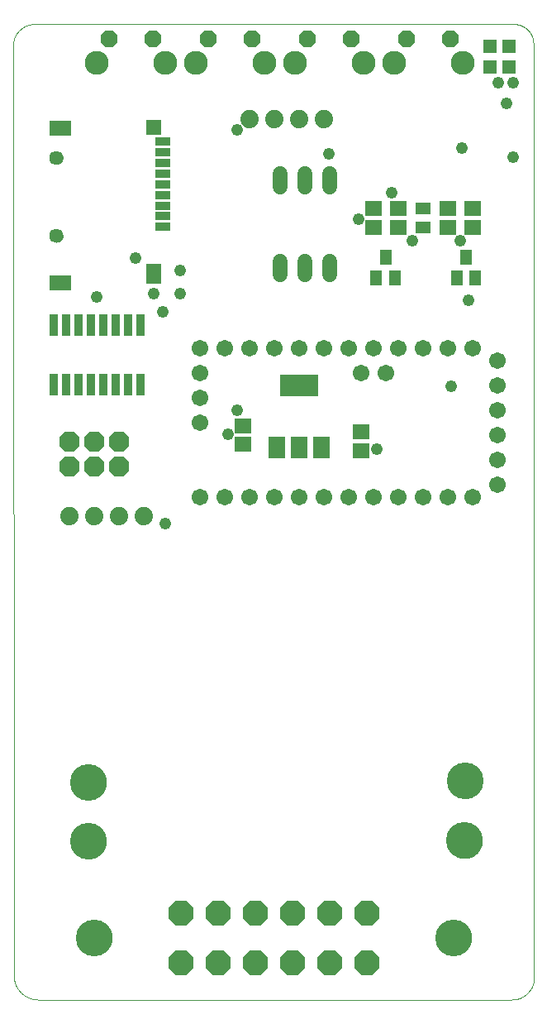
<source format=gts>
G75*
%MOIN*%
%OFA0B0*%
%FSLAX25Y25*%
%IPPOS*%
%LPD*%
%AMOC8*
5,1,8,0,0,1.08239X$1,22.5*
%
%ADD10C,0.00000*%
%ADD11C,0.14800*%
%ADD12R,0.05524X0.05524*%
%ADD13R,0.04737X0.06312*%
%ADD14R,0.06706X0.05918*%
%ADD15OC8,0.06800*%
%ADD16C,0.09650*%
%ADD17R,0.03400X0.08800*%
%ADD18R,0.06312X0.05131*%
%ADD19OC8,0.10249*%
%ADD20R,0.08674X0.06312*%
%ADD21R,0.06312X0.05839*%
%ADD22R,0.06312X0.08477*%
%ADD23R,0.06312X0.03556*%
%ADD24C,0.05721*%
%ADD25OC8,0.08200*%
%ADD26C,0.07400*%
%ADD27C,0.06737*%
%ADD28R,0.06700X0.08700*%
%ADD29R,0.15800X0.08700*%
%ADD30C,0.06000*%
%ADD31C,0.04800*%
D10*
X0001297Y0010767D02*
X0001000Y0385429D01*
X0001003Y0385640D01*
X0001010Y0385850D01*
X0001023Y0386061D01*
X0001041Y0386271D01*
X0001064Y0386480D01*
X0001092Y0386689D01*
X0001124Y0386897D01*
X0001162Y0387104D01*
X0001205Y0387311D01*
X0001253Y0387516D01*
X0001306Y0387720D01*
X0001364Y0387922D01*
X0001427Y0388124D01*
X0001494Y0388323D01*
X0001567Y0388521D01*
X0001644Y0388717D01*
X0001726Y0388911D01*
X0001812Y0389104D01*
X0001903Y0389294D01*
X0001999Y0389481D01*
X0002099Y0389667D01*
X0002204Y0389850D01*
X0002313Y0390030D01*
X0002426Y0390208D01*
X0002544Y0390383D01*
X0002665Y0390554D01*
X0002791Y0390723D01*
X0002921Y0390889D01*
X0003055Y0391052D01*
X0003193Y0391211D01*
X0003335Y0391367D01*
X0003480Y0391520D01*
X0003629Y0391669D01*
X0003782Y0391814D01*
X0003938Y0391956D01*
X0004097Y0392094D01*
X0004260Y0392228D01*
X0004426Y0392358D01*
X0004595Y0392484D01*
X0004766Y0392605D01*
X0004941Y0392723D01*
X0005119Y0392836D01*
X0005299Y0392945D01*
X0005482Y0393050D01*
X0005668Y0393150D01*
X0005855Y0393246D01*
X0006045Y0393337D01*
X0006238Y0393423D01*
X0006432Y0393505D01*
X0006628Y0393582D01*
X0006826Y0393655D01*
X0007025Y0393722D01*
X0007227Y0393785D01*
X0007429Y0393843D01*
X0007633Y0393896D01*
X0007838Y0393944D01*
X0008045Y0393987D01*
X0008252Y0394025D01*
X0008460Y0394057D01*
X0008669Y0394085D01*
X0008878Y0394108D01*
X0009088Y0394126D01*
X0009299Y0394139D01*
X0009509Y0394146D01*
X0009720Y0394149D01*
X0009720Y0394148D02*
X0203035Y0394148D01*
X0203226Y0394146D01*
X0203416Y0394139D01*
X0203606Y0394127D01*
X0203796Y0394111D01*
X0203986Y0394091D01*
X0204174Y0394065D01*
X0204363Y0394035D01*
X0204550Y0394001D01*
X0204737Y0393962D01*
X0204922Y0393919D01*
X0205107Y0393871D01*
X0205290Y0393819D01*
X0205472Y0393762D01*
X0205652Y0393701D01*
X0205831Y0393636D01*
X0206009Y0393566D01*
X0206184Y0393492D01*
X0206358Y0393414D01*
X0206530Y0393331D01*
X0206700Y0393245D01*
X0206867Y0393154D01*
X0207033Y0393059D01*
X0207196Y0392961D01*
X0207357Y0392858D01*
X0207515Y0392752D01*
X0207670Y0392642D01*
X0207823Y0392528D01*
X0207973Y0392411D01*
X0208120Y0392289D01*
X0208264Y0392165D01*
X0208405Y0392037D01*
X0208543Y0391905D01*
X0208678Y0391770D01*
X0208810Y0391632D01*
X0208938Y0391491D01*
X0209062Y0391347D01*
X0209184Y0391200D01*
X0209301Y0391050D01*
X0209415Y0390897D01*
X0209525Y0390742D01*
X0209631Y0390584D01*
X0209734Y0390423D01*
X0209832Y0390260D01*
X0209927Y0390094D01*
X0210018Y0389927D01*
X0210104Y0389757D01*
X0210187Y0389585D01*
X0210265Y0389411D01*
X0210339Y0389236D01*
X0210409Y0389058D01*
X0210474Y0388879D01*
X0210535Y0388699D01*
X0210592Y0388517D01*
X0210644Y0388334D01*
X0210692Y0388149D01*
X0210735Y0387964D01*
X0210774Y0387777D01*
X0210808Y0387590D01*
X0210838Y0387401D01*
X0210864Y0387213D01*
X0210884Y0387023D01*
X0210900Y0386833D01*
X0210912Y0386643D01*
X0210919Y0386453D01*
X0210921Y0386262D01*
X0211218Y0009978D01*
X0211215Y0009761D01*
X0211208Y0009544D01*
X0211194Y0009328D01*
X0211176Y0009111D01*
X0211153Y0008896D01*
X0211124Y0008681D01*
X0211090Y0008466D01*
X0211051Y0008253D01*
X0211006Y0008041D01*
X0210957Y0007829D01*
X0210903Y0007619D01*
X0210843Y0007411D01*
X0210779Y0007204D01*
X0210709Y0006998D01*
X0210635Y0006794D01*
X0210555Y0006592D01*
X0210471Y0006393D01*
X0210382Y0006195D01*
X0210288Y0005999D01*
X0210190Y0005806D01*
X0210086Y0005615D01*
X0209979Y0005427D01*
X0209867Y0005241D01*
X0209750Y0005058D01*
X0209629Y0004878D01*
X0209503Y0004701D01*
X0209374Y0004527D01*
X0209240Y0004356D01*
X0209102Y0004189D01*
X0208960Y0004024D01*
X0208814Y0003864D01*
X0208665Y0003707D01*
X0208511Y0003553D01*
X0208354Y0003404D01*
X0208194Y0003258D01*
X0208029Y0003116D01*
X0207862Y0002978D01*
X0207691Y0002844D01*
X0207517Y0002715D01*
X0207340Y0002589D01*
X0207160Y0002468D01*
X0206977Y0002351D01*
X0206791Y0002239D01*
X0206603Y0002132D01*
X0206412Y0002028D01*
X0206219Y0001930D01*
X0206023Y0001836D01*
X0205825Y0001747D01*
X0205626Y0001663D01*
X0205424Y0001583D01*
X0205220Y0001509D01*
X0205014Y0001439D01*
X0204807Y0001375D01*
X0204599Y0001315D01*
X0204389Y0001261D01*
X0204177Y0001212D01*
X0203965Y0001167D01*
X0203752Y0001128D01*
X0203537Y0001094D01*
X0203322Y0001065D01*
X0203107Y0001042D01*
X0202890Y0001024D01*
X0202674Y0001010D01*
X0202457Y0001003D01*
X0202240Y0001000D01*
X0011063Y0001000D01*
X0010827Y0001003D01*
X0010591Y0001011D01*
X0010356Y0001026D01*
X0010120Y0001046D01*
X0009886Y0001071D01*
X0009652Y0001102D01*
X0009419Y0001139D01*
X0009186Y0001182D01*
X0008955Y0001230D01*
X0008726Y0001284D01*
X0008497Y0001343D01*
X0008270Y0001408D01*
X0008045Y0001478D01*
X0007821Y0001554D01*
X0007600Y0001635D01*
X0007380Y0001721D01*
X0007162Y0001813D01*
X0006947Y0001910D01*
X0006734Y0002012D01*
X0006524Y0002119D01*
X0006316Y0002231D01*
X0006112Y0002348D01*
X0005910Y0002470D01*
X0005711Y0002597D01*
X0005515Y0002729D01*
X0005322Y0002865D01*
X0005133Y0003006D01*
X0004947Y0003152D01*
X0004765Y0003302D01*
X0004586Y0003456D01*
X0004412Y0003615D01*
X0004241Y0003778D01*
X0004074Y0003945D01*
X0003911Y0004116D01*
X0003752Y0004290D01*
X0003598Y0004469D01*
X0003448Y0004651D01*
X0003302Y0004837D01*
X0003161Y0005026D01*
X0003025Y0005219D01*
X0002893Y0005415D01*
X0002766Y0005614D01*
X0002644Y0005816D01*
X0002527Y0006020D01*
X0002415Y0006228D01*
X0002308Y0006438D01*
X0002206Y0006651D01*
X0002109Y0006866D01*
X0002017Y0007084D01*
X0001931Y0007304D01*
X0001850Y0007525D01*
X0001774Y0007749D01*
X0001704Y0007974D01*
X0001639Y0008201D01*
X0001580Y0008430D01*
X0001526Y0008659D01*
X0001478Y0008890D01*
X0001435Y0009123D01*
X0001398Y0009356D01*
X0001367Y0009590D01*
X0001342Y0009824D01*
X0001322Y0010060D01*
X0001307Y0010295D01*
X0001299Y0010531D01*
X0001296Y0010767D01*
X0024468Y0064839D02*
X0024470Y0065011D01*
X0024476Y0065182D01*
X0024487Y0065354D01*
X0024502Y0065525D01*
X0024521Y0065696D01*
X0024544Y0065866D01*
X0024571Y0066036D01*
X0024603Y0066205D01*
X0024638Y0066373D01*
X0024678Y0066540D01*
X0024722Y0066706D01*
X0024769Y0066871D01*
X0024821Y0067035D01*
X0024877Y0067197D01*
X0024937Y0067358D01*
X0025001Y0067518D01*
X0025069Y0067676D01*
X0025140Y0067832D01*
X0025215Y0067986D01*
X0025295Y0068139D01*
X0025377Y0068289D01*
X0025464Y0068438D01*
X0025554Y0068584D01*
X0025648Y0068728D01*
X0025745Y0068870D01*
X0025846Y0069009D01*
X0025950Y0069146D01*
X0026057Y0069280D01*
X0026168Y0069411D01*
X0026281Y0069540D01*
X0026398Y0069666D01*
X0026518Y0069789D01*
X0026641Y0069909D01*
X0026767Y0070026D01*
X0026896Y0070139D01*
X0027027Y0070250D01*
X0027161Y0070357D01*
X0027298Y0070461D01*
X0027437Y0070562D01*
X0027579Y0070659D01*
X0027723Y0070753D01*
X0027869Y0070843D01*
X0028018Y0070930D01*
X0028168Y0071012D01*
X0028321Y0071092D01*
X0028475Y0071167D01*
X0028631Y0071238D01*
X0028789Y0071306D01*
X0028949Y0071370D01*
X0029110Y0071430D01*
X0029272Y0071486D01*
X0029436Y0071538D01*
X0029601Y0071585D01*
X0029767Y0071629D01*
X0029934Y0071669D01*
X0030102Y0071704D01*
X0030271Y0071736D01*
X0030441Y0071763D01*
X0030611Y0071786D01*
X0030782Y0071805D01*
X0030953Y0071820D01*
X0031125Y0071831D01*
X0031296Y0071837D01*
X0031468Y0071839D01*
X0031640Y0071837D01*
X0031811Y0071831D01*
X0031983Y0071820D01*
X0032154Y0071805D01*
X0032325Y0071786D01*
X0032495Y0071763D01*
X0032665Y0071736D01*
X0032834Y0071704D01*
X0033002Y0071669D01*
X0033169Y0071629D01*
X0033335Y0071585D01*
X0033500Y0071538D01*
X0033664Y0071486D01*
X0033826Y0071430D01*
X0033987Y0071370D01*
X0034147Y0071306D01*
X0034305Y0071238D01*
X0034461Y0071167D01*
X0034615Y0071092D01*
X0034768Y0071012D01*
X0034918Y0070930D01*
X0035067Y0070843D01*
X0035213Y0070753D01*
X0035357Y0070659D01*
X0035499Y0070562D01*
X0035638Y0070461D01*
X0035775Y0070357D01*
X0035909Y0070250D01*
X0036040Y0070139D01*
X0036169Y0070026D01*
X0036295Y0069909D01*
X0036418Y0069789D01*
X0036538Y0069666D01*
X0036655Y0069540D01*
X0036768Y0069411D01*
X0036879Y0069280D01*
X0036986Y0069146D01*
X0037090Y0069009D01*
X0037191Y0068870D01*
X0037288Y0068728D01*
X0037382Y0068584D01*
X0037472Y0068438D01*
X0037559Y0068289D01*
X0037641Y0068139D01*
X0037721Y0067986D01*
X0037796Y0067832D01*
X0037867Y0067676D01*
X0037935Y0067518D01*
X0037999Y0067358D01*
X0038059Y0067197D01*
X0038115Y0067035D01*
X0038167Y0066871D01*
X0038214Y0066706D01*
X0038258Y0066540D01*
X0038298Y0066373D01*
X0038333Y0066205D01*
X0038365Y0066036D01*
X0038392Y0065866D01*
X0038415Y0065696D01*
X0038434Y0065525D01*
X0038449Y0065354D01*
X0038460Y0065182D01*
X0038466Y0065011D01*
X0038468Y0064839D01*
X0038466Y0064667D01*
X0038460Y0064496D01*
X0038449Y0064324D01*
X0038434Y0064153D01*
X0038415Y0063982D01*
X0038392Y0063812D01*
X0038365Y0063642D01*
X0038333Y0063473D01*
X0038298Y0063305D01*
X0038258Y0063138D01*
X0038214Y0062972D01*
X0038167Y0062807D01*
X0038115Y0062643D01*
X0038059Y0062481D01*
X0037999Y0062320D01*
X0037935Y0062160D01*
X0037867Y0062002D01*
X0037796Y0061846D01*
X0037721Y0061692D01*
X0037641Y0061539D01*
X0037559Y0061389D01*
X0037472Y0061240D01*
X0037382Y0061094D01*
X0037288Y0060950D01*
X0037191Y0060808D01*
X0037090Y0060669D01*
X0036986Y0060532D01*
X0036879Y0060398D01*
X0036768Y0060267D01*
X0036655Y0060138D01*
X0036538Y0060012D01*
X0036418Y0059889D01*
X0036295Y0059769D01*
X0036169Y0059652D01*
X0036040Y0059539D01*
X0035909Y0059428D01*
X0035775Y0059321D01*
X0035638Y0059217D01*
X0035499Y0059116D01*
X0035357Y0059019D01*
X0035213Y0058925D01*
X0035067Y0058835D01*
X0034918Y0058748D01*
X0034768Y0058666D01*
X0034615Y0058586D01*
X0034461Y0058511D01*
X0034305Y0058440D01*
X0034147Y0058372D01*
X0033987Y0058308D01*
X0033826Y0058248D01*
X0033664Y0058192D01*
X0033500Y0058140D01*
X0033335Y0058093D01*
X0033169Y0058049D01*
X0033002Y0058009D01*
X0032834Y0057974D01*
X0032665Y0057942D01*
X0032495Y0057915D01*
X0032325Y0057892D01*
X0032154Y0057873D01*
X0031983Y0057858D01*
X0031811Y0057847D01*
X0031640Y0057841D01*
X0031468Y0057839D01*
X0031296Y0057841D01*
X0031125Y0057847D01*
X0030953Y0057858D01*
X0030782Y0057873D01*
X0030611Y0057892D01*
X0030441Y0057915D01*
X0030271Y0057942D01*
X0030102Y0057974D01*
X0029934Y0058009D01*
X0029767Y0058049D01*
X0029601Y0058093D01*
X0029436Y0058140D01*
X0029272Y0058192D01*
X0029110Y0058248D01*
X0028949Y0058308D01*
X0028789Y0058372D01*
X0028631Y0058440D01*
X0028475Y0058511D01*
X0028321Y0058586D01*
X0028168Y0058666D01*
X0028018Y0058748D01*
X0027869Y0058835D01*
X0027723Y0058925D01*
X0027579Y0059019D01*
X0027437Y0059116D01*
X0027298Y0059217D01*
X0027161Y0059321D01*
X0027027Y0059428D01*
X0026896Y0059539D01*
X0026767Y0059652D01*
X0026641Y0059769D01*
X0026518Y0059889D01*
X0026398Y0060012D01*
X0026281Y0060138D01*
X0026168Y0060267D01*
X0026057Y0060398D01*
X0025950Y0060532D01*
X0025846Y0060669D01*
X0025745Y0060808D01*
X0025648Y0060950D01*
X0025554Y0061094D01*
X0025464Y0061240D01*
X0025377Y0061389D01*
X0025295Y0061539D01*
X0025215Y0061692D01*
X0025140Y0061846D01*
X0025069Y0062002D01*
X0025001Y0062160D01*
X0024937Y0062320D01*
X0024877Y0062481D01*
X0024821Y0062643D01*
X0024769Y0062807D01*
X0024722Y0062972D01*
X0024678Y0063138D01*
X0024638Y0063305D01*
X0024603Y0063473D01*
X0024571Y0063642D01*
X0024544Y0063812D01*
X0024521Y0063982D01*
X0024502Y0064153D01*
X0024487Y0064324D01*
X0024476Y0064496D01*
X0024470Y0064667D01*
X0024468Y0064839D01*
X0024536Y0088621D02*
X0024538Y0088793D01*
X0024544Y0088964D01*
X0024555Y0089136D01*
X0024570Y0089307D01*
X0024589Y0089478D01*
X0024612Y0089648D01*
X0024639Y0089818D01*
X0024671Y0089987D01*
X0024706Y0090155D01*
X0024746Y0090322D01*
X0024790Y0090488D01*
X0024837Y0090653D01*
X0024889Y0090817D01*
X0024945Y0090979D01*
X0025005Y0091140D01*
X0025069Y0091300D01*
X0025137Y0091458D01*
X0025208Y0091614D01*
X0025283Y0091768D01*
X0025363Y0091921D01*
X0025445Y0092071D01*
X0025532Y0092220D01*
X0025622Y0092366D01*
X0025716Y0092510D01*
X0025813Y0092652D01*
X0025914Y0092791D01*
X0026018Y0092928D01*
X0026125Y0093062D01*
X0026236Y0093193D01*
X0026349Y0093322D01*
X0026466Y0093448D01*
X0026586Y0093571D01*
X0026709Y0093691D01*
X0026835Y0093808D01*
X0026964Y0093921D01*
X0027095Y0094032D01*
X0027229Y0094139D01*
X0027366Y0094243D01*
X0027505Y0094344D01*
X0027647Y0094441D01*
X0027791Y0094535D01*
X0027937Y0094625D01*
X0028086Y0094712D01*
X0028236Y0094794D01*
X0028389Y0094874D01*
X0028543Y0094949D01*
X0028699Y0095020D01*
X0028857Y0095088D01*
X0029017Y0095152D01*
X0029178Y0095212D01*
X0029340Y0095268D01*
X0029504Y0095320D01*
X0029669Y0095367D01*
X0029835Y0095411D01*
X0030002Y0095451D01*
X0030170Y0095486D01*
X0030339Y0095518D01*
X0030509Y0095545D01*
X0030679Y0095568D01*
X0030850Y0095587D01*
X0031021Y0095602D01*
X0031193Y0095613D01*
X0031364Y0095619D01*
X0031536Y0095621D01*
X0031708Y0095619D01*
X0031879Y0095613D01*
X0032051Y0095602D01*
X0032222Y0095587D01*
X0032393Y0095568D01*
X0032563Y0095545D01*
X0032733Y0095518D01*
X0032902Y0095486D01*
X0033070Y0095451D01*
X0033237Y0095411D01*
X0033403Y0095367D01*
X0033568Y0095320D01*
X0033732Y0095268D01*
X0033894Y0095212D01*
X0034055Y0095152D01*
X0034215Y0095088D01*
X0034373Y0095020D01*
X0034529Y0094949D01*
X0034683Y0094874D01*
X0034836Y0094794D01*
X0034986Y0094712D01*
X0035135Y0094625D01*
X0035281Y0094535D01*
X0035425Y0094441D01*
X0035567Y0094344D01*
X0035706Y0094243D01*
X0035843Y0094139D01*
X0035977Y0094032D01*
X0036108Y0093921D01*
X0036237Y0093808D01*
X0036363Y0093691D01*
X0036486Y0093571D01*
X0036606Y0093448D01*
X0036723Y0093322D01*
X0036836Y0093193D01*
X0036947Y0093062D01*
X0037054Y0092928D01*
X0037158Y0092791D01*
X0037259Y0092652D01*
X0037356Y0092510D01*
X0037450Y0092366D01*
X0037540Y0092220D01*
X0037627Y0092071D01*
X0037709Y0091921D01*
X0037789Y0091768D01*
X0037864Y0091614D01*
X0037935Y0091458D01*
X0038003Y0091300D01*
X0038067Y0091140D01*
X0038127Y0090979D01*
X0038183Y0090817D01*
X0038235Y0090653D01*
X0038282Y0090488D01*
X0038326Y0090322D01*
X0038366Y0090155D01*
X0038401Y0089987D01*
X0038433Y0089818D01*
X0038460Y0089648D01*
X0038483Y0089478D01*
X0038502Y0089307D01*
X0038517Y0089136D01*
X0038528Y0088964D01*
X0038534Y0088793D01*
X0038536Y0088621D01*
X0038534Y0088449D01*
X0038528Y0088278D01*
X0038517Y0088106D01*
X0038502Y0087935D01*
X0038483Y0087764D01*
X0038460Y0087594D01*
X0038433Y0087424D01*
X0038401Y0087255D01*
X0038366Y0087087D01*
X0038326Y0086920D01*
X0038282Y0086754D01*
X0038235Y0086589D01*
X0038183Y0086425D01*
X0038127Y0086263D01*
X0038067Y0086102D01*
X0038003Y0085942D01*
X0037935Y0085784D01*
X0037864Y0085628D01*
X0037789Y0085474D01*
X0037709Y0085321D01*
X0037627Y0085171D01*
X0037540Y0085022D01*
X0037450Y0084876D01*
X0037356Y0084732D01*
X0037259Y0084590D01*
X0037158Y0084451D01*
X0037054Y0084314D01*
X0036947Y0084180D01*
X0036836Y0084049D01*
X0036723Y0083920D01*
X0036606Y0083794D01*
X0036486Y0083671D01*
X0036363Y0083551D01*
X0036237Y0083434D01*
X0036108Y0083321D01*
X0035977Y0083210D01*
X0035843Y0083103D01*
X0035706Y0082999D01*
X0035567Y0082898D01*
X0035425Y0082801D01*
X0035281Y0082707D01*
X0035135Y0082617D01*
X0034986Y0082530D01*
X0034836Y0082448D01*
X0034683Y0082368D01*
X0034529Y0082293D01*
X0034373Y0082222D01*
X0034215Y0082154D01*
X0034055Y0082090D01*
X0033894Y0082030D01*
X0033732Y0081974D01*
X0033568Y0081922D01*
X0033403Y0081875D01*
X0033237Y0081831D01*
X0033070Y0081791D01*
X0032902Y0081756D01*
X0032733Y0081724D01*
X0032563Y0081697D01*
X0032393Y0081674D01*
X0032222Y0081655D01*
X0032051Y0081640D01*
X0031879Y0081629D01*
X0031708Y0081623D01*
X0031536Y0081621D01*
X0031364Y0081623D01*
X0031193Y0081629D01*
X0031021Y0081640D01*
X0030850Y0081655D01*
X0030679Y0081674D01*
X0030509Y0081697D01*
X0030339Y0081724D01*
X0030170Y0081756D01*
X0030002Y0081791D01*
X0029835Y0081831D01*
X0029669Y0081875D01*
X0029504Y0081922D01*
X0029340Y0081974D01*
X0029178Y0082030D01*
X0029017Y0082090D01*
X0028857Y0082154D01*
X0028699Y0082222D01*
X0028543Y0082293D01*
X0028389Y0082368D01*
X0028236Y0082448D01*
X0028086Y0082530D01*
X0027937Y0082617D01*
X0027791Y0082707D01*
X0027647Y0082801D01*
X0027505Y0082898D01*
X0027366Y0082999D01*
X0027229Y0083103D01*
X0027095Y0083210D01*
X0026964Y0083321D01*
X0026835Y0083434D01*
X0026709Y0083551D01*
X0026586Y0083671D01*
X0026466Y0083794D01*
X0026349Y0083920D01*
X0026236Y0084049D01*
X0026125Y0084180D01*
X0026018Y0084314D01*
X0025914Y0084451D01*
X0025813Y0084590D01*
X0025716Y0084732D01*
X0025622Y0084876D01*
X0025532Y0085022D01*
X0025445Y0085171D01*
X0025363Y0085321D01*
X0025283Y0085474D01*
X0025208Y0085628D01*
X0025137Y0085784D01*
X0025069Y0085942D01*
X0025005Y0086102D01*
X0024945Y0086263D01*
X0024889Y0086425D01*
X0024837Y0086589D01*
X0024790Y0086754D01*
X0024746Y0086920D01*
X0024706Y0087087D01*
X0024671Y0087255D01*
X0024639Y0087424D01*
X0024612Y0087594D01*
X0024589Y0087764D01*
X0024570Y0087935D01*
X0024555Y0088106D01*
X0024544Y0088278D01*
X0024538Y0088449D01*
X0024536Y0088621D01*
X0026797Y0026000D02*
X0026799Y0026172D01*
X0026805Y0026343D01*
X0026816Y0026515D01*
X0026831Y0026686D01*
X0026850Y0026857D01*
X0026873Y0027027D01*
X0026900Y0027197D01*
X0026932Y0027366D01*
X0026967Y0027534D01*
X0027007Y0027701D01*
X0027051Y0027867D01*
X0027098Y0028032D01*
X0027150Y0028196D01*
X0027206Y0028358D01*
X0027266Y0028519D01*
X0027330Y0028679D01*
X0027398Y0028837D01*
X0027469Y0028993D01*
X0027544Y0029147D01*
X0027624Y0029300D01*
X0027706Y0029450D01*
X0027793Y0029599D01*
X0027883Y0029745D01*
X0027977Y0029889D01*
X0028074Y0030031D01*
X0028175Y0030170D01*
X0028279Y0030307D01*
X0028386Y0030441D01*
X0028497Y0030572D01*
X0028610Y0030701D01*
X0028727Y0030827D01*
X0028847Y0030950D01*
X0028970Y0031070D01*
X0029096Y0031187D01*
X0029225Y0031300D01*
X0029356Y0031411D01*
X0029490Y0031518D01*
X0029627Y0031622D01*
X0029766Y0031723D01*
X0029908Y0031820D01*
X0030052Y0031914D01*
X0030198Y0032004D01*
X0030347Y0032091D01*
X0030497Y0032173D01*
X0030650Y0032253D01*
X0030804Y0032328D01*
X0030960Y0032399D01*
X0031118Y0032467D01*
X0031278Y0032531D01*
X0031439Y0032591D01*
X0031601Y0032647D01*
X0031765Y0032699D01*
X0031930Y0032746D01*
X0032096Y0032790D01*
X0032263Y0032830D01*
X0032431Y0032865D01*
X0032600Y0032897D01*
X0032770Y0032924D01*
X0032940Y0032947D01*
X0033111Y0032966D01*
X0033282Y0032981D01*
X0033454Y0032992D01*
X0033625Y0032998D01*
X0033797Y0033000D01*
X0033969Y0032998D01*
X0034140Y0032992D01*
X0034312Y0032981D01*
X0034483Y0032966D01*
X0034654Y0032947D01*
X0034824Y0032924D01*
X0034994Y0032897D01*
X0035163Y0032865D01*
X0035331Y0032830D01*
X0035498Y0032790D01*
X0035664Y0032746D01*
X0035829Y0032699D01*
X0035993Y0032647D01*
X0036155Y0032591D01*
X0036316Y0032531D01*
X0036476Y0032467D01*
X0036634Y0032399D01*
X0036790Y0032328D01*
X0036944Y0032253D01*
X0037097Y0032173D01*
X0037247Y0032091D01*
X0037396Y0032004D01*
X0037542Y0031914D01*
X0037686Y0031820D01*
X0037828Y0031723D01*
X0037967Y0031622D01*
X0038104Y0031518D01*
X0038238Y0031411D01*
X0038369Y0031300D01*
X0038498Y0031187D01*
X0038624Y0031070D01*
X0038747Y0030950D01*
X0038867Y0030827D01*
X0038984Y0030701D01*
X0039097Y0030572D01*
X0039208Y0030441D01*
X0039315Y0030307D01*
X0039419Y0030170D01*
X0039520Y0030031D01*
X0039617Y0029889D01*
X0039711Y0029745D01*
X0039801Y0029599D01*
X0039888Y0029450D01*
X0039970Y0029300D01*
X0040050Y0029147D01*
X0040125Y0028993D01*
X0040196Y0028837D01*
X0040264Y0028679D01*
X0040328Y0028519D01*
X0040388Y0028358D01*
X0040444Y0028196D01*
X0040496Y0028032D01*
X0040543Y0027867D01*
X0040587Y0027701D01*
X0040627Y0027534D01*
X0040662Y0027366D01*
X0040694Y0027197D01*
X0040721Y0027027D01*
X0040744Y0026857D01*
X0040763Y0026686D01*
X0040778Y0026515D01*
X0040789Y0026343D01*
X0040795Y0026172D01*
X0040797Y0026000D01*
X0040795Y0025828D01*
X0040789Y0025657D01*
X0040778Y0025485D01*
X0040763Y0025314D01*
X0040744Y0025143D01*
X0040721Y0024973D01*
X0040694Y0024803D01*
X0040662Y0024634D01*
X0040627Y0024466D01*
X0040587Y0024299D01*
X0040543Y0024133D01*
X0040496Y0023968D01*
X0040444Y0023804D01*
X0040388Y0023642D01*
X0040328Y0023481D01*
X0040264Y0023321D01*
X0040196Y0023163D01*
X0040125Y0023007D01*
X0040050Y0022853D01*
X0039970Y0022700D01*
X0039888Y0022550D01*
X0039801Y0022401D01*
X0039711Y0022255D01*
X0039617Y0022111D01*
X0039520Y0021969D01*
X0039419Y0021830D01*
X0039315Y0021693D01*
X0039208Y0021559D01*
X0039097Y0021428D01*
X0038984Y0021299D01*
X0038867Y0021173D01*
X0038747Y0021050D01*
X0038624Y0020930D01*
X0038498Y0020813D01*
X0038369Y0020700D01*
X0038238Y0020589D01*
X0038104Y0020482D01*
X0037967Y0020378D01*
X0037828Y0020277D01*
X0037686Y0020180D01*
X0037542Y0020086D01*
X0037396Y0019996D01*
X0037247Y0019909D01*
X0037097Y0019827D01*
X0036944Y0019747D01*
X0036790Y0019672D01*
X0036634Y0019601D01*
X0036476Y0019533D01*
X0036316Y0019469D01*
X0036155Y0019409D01*
X0035993Y0019353D01*
X0035829Y0019301D01*
X0035664Y0019254D01*
X0035498Y0019210D01*
X0035331Y0019170D01*
X0035163Y0019135D01*
X0034994Y0019103D01*
X0034824Y0019076D01*
X0034654Y0019053D01*
X0034483Y0019034D01*
X0034312Y0019019D01*
X0034140Y0019008D01*
X0033969Y0019002D01*
X0033797Y0019000D01*
X0033625Y0019002D01*
X0033454Y0019008D01*
X0033282Y0019019D01*
X0033111Y0019034D01*
X0032940Y0019053D01*
X0032770Y0019076D01*
X0032600Y0019103D01*
X0032431Y0019135D01*
X0032263Y0019170D01*
X0032096Y0019210D01*
X0031930Y0019254D01*
X0031765Y0019301D01*
X0031601Y0019353D01*
X0031439Y0019409D01*
X0031278Y0019469D01*
X0031118Y0019533D01*
X0030960Y0019601D01*
X0030804Y0019672D01*
X0030650Y0019747D01*
X0030497Y0019827D01*
X0030347Y0019909D01*
X0030198Y0019996D01*
X0030052Y0020086D01*
X0029908Y0020180D01*
X0029766Y0020277D01*
X0029627Y0020378D01*
X0029490Y0020482D01*
X0029356Y0020589D01*
X0029225Y0020700D01*
X0029096Y0020813D01*
X0028970Y0020930D01*
X0028847Y0021050D01*
X0028727Y0021173D01*
X0028610Y0021299D01*
X0028497Y0021428D01*
X0028386Y0021559D01*
X0028279Y0021693D01*
X0028175Y0021830D01*
X0028074Y0021969D01*
X0027977Y0022111D01*
X0027883Y0022255D01*
X0027793Y0022401D01*
X0027706Y0022550D01*
X0027624Y0022700D01*
X0027544Y0022853D01*
X0027469Y0023007D01*
X0027398Y0023163D01*
X0027330Y0023321D01*
X0027266Y0023481D01*
X0027206Y0023642D01*
X0027150Y0023804D01*
X0027098Y0023968D01*
X0027051Y0024133D01*
X0027007Y0024299D01*
X0026967Y0024466D01*
X0026932Y0024634D01*
X0026900Y0024803D01*
X0026873Y0024973D01*
X0026850Y0025143D01*
X0026831Y0025314D01*
X0026816Y0025485D01*
X0026805Y0025657D01*
X0026799Y0025828D01*
X0026797Y0026000D01*
X0016041Y0308795D02*
X0016043Y0308894D01*
X0016049Y0308993D01*
X0016059Y0309092D01*
X0016073Y0309190D01*
X0016091Y0309287D01*
X0016113Y0309384D01*
X0016138Y0309480D01*
X0016168Y0309574D01*
X0016201Y0309668D01*
X0016238Y0309760D01*
X0016279Y0309850D01*
X0016323Y0309939D01*
X0016371Y0310025D01*
X0016422Y0310110D01*
X0016477Y0310193D01*
X0016535Y0310273D01*
X0016596Y0310351D01*
X0016660Y0310427D01*
X0016727Y0310500D01*
X0016797Y0310570D01*
X0016870Y0310637D01*
X0016946Y0310701D01*
X0017024Y0310762D01*
X0017104Y0310820D01*
X0017187Y0310875D01*
X0017271Y0310926D01*
X0017358Y0310974D01*
X0017447Y0311018D01*
X0017537Y0311059D01*
X0017629Y0311096D01*
X0017723Y0311129D01*
X0017817Y0311159D01*
X0017913Y0311184D01*
X0018010Y0311206D01*
X0018107Y0311224D01*
X0018205Y0311238D01*
X0018304Y0311248D01*
X0018403Y0311254D01*
X0018502Y0311256D01*
X0018601Y0311254D01*
X0018700Y0311248D01*
X0018799Y0311238D01*
X0018897Y0311224D01*
X0018994Y0311206D01*
X0019091Y0311184D01*
X0019187Y0311159D01*
X0019281Y0311129D01*
X0019375Y0311096D01*
X0019467Y0311059D01*
X0019557Y0311018D01*
X0019646Y0310974D01*
X0019732Y0310926D01*
X0019817Y0310875D01*
X0019900Y0310820D01*
X0019980Y0310762D01*
X0020058Y0310701D01*
X0020134Y0310637D01*
X0020207Y0310570D01*
X0020277Y0310500D01*
X0020344Y0310427D01*
X0020408Y0310351D01*
X0020469Y0310273D01*
X0020527Y0310193D01*
X0020582Y0310110D01*
X0020633Y0310026D01*
X0020681Y0309939D01*
X0020725Y0309850D01*
X0020766Y0309760D01*
X0020803Y0309668D01*
X0020836Y0309574D01*
X0020866Y0309480D01*
X0020891Y0309384D01*
X0020913Y0309287D01*
X0020931Y0309190D01*
X0020945Y0309092D01*
X0020955Y0308993D01*
X0020961Y0308894D01*
X0020963Y0308795D01*
X0020961Y0308696D01*
X0020955Y0308597D01*
X0020945Y0308498D01*
X0020931Y0308400D01*
X0020913Y0308303D01*
X0020891Y0308206D01*
X0020866Y0308110D01*
X0020836Y0308016D01*
X0020803Y0307922D01*
X0020766Y0307830D01*
X0020725Y0307740D01*
X0020681Y0307651D01*
X0020633Y0307565D01*
X0020582Y0307480D01*
X0020527Y0307397D01*
X0020469Y0307317D01*
X0020408Y0307239D01*
X0020344Y0307163D01*
X0020277Y0307090D01*
X0020207Y0307020D01*
X0020134Y0306953D01*
X0020058Y0306889D01*
X0019980Y0306828D01*
X0019900Y0306770D01*
X0019817Y0306715D01*
X0019733Y0306664D01*
X0019646Y0306616D01*
X0019557Y0306572D01*
X0019467Y0306531D01*
X0019375Y0306494D01*
X0019281Y0306461D01*
X0019187Y0306431D01*
X0019091Y0306406D01*
X0018994Y0306384D01*
X0018897Y0306366D01*
X0018799Y0306352D01*
X0018700Y0306342D01*
X0018601Y0306336D01*
X0018502Y0306334D01*
X0018403Y0306336D01*
X0018304Y0306342D01*
X0018205Y0306352D01*
X0018107Y0306366D01*
X0018010Y0306384D01*
X0017913Y0306406D01*
X0017817Y0306431D01*
X0017723Y0306461D01*
X0017629Y0306494D01*
X0017537Y0306531D01*
X0017447Y0306572D01*
X0017358Y0306616D01*
X0017272Y0306664D01*
X0017187Y0306715D01*
X0017104Y0306770D01*
X0017024Y0306828D01*
X0016946Y0306889D01*
X0016870Y0306953D01*
X0016797Y0307020D01*
X0016727Y0307090D01*
X0016660Y0307163D01*
X0016596Y0307239D01*
X0016535Y0307317D01*
X0016477Y0307397D01*
X0016422Y0307480D01*
X0016371Y0307564D01*
X0016323Y0307651D01*
X0016279Y0307740D01*
X0016238Y0307830D01*
X0016201Y0307922D01*
X0016168Y0308016D01*
X0016138Y0308110D01*
X0016113Y0308206D01*
X0016091Y0308303D01*
X0016073Y0308400D01*
X0016059Y0308498D01*
X0016049Y0308597D01*
X0016043Y0308696D01*
X0016041Y0308795D01*
X0016041Y0340291D02*
X0016043Y0340390D01*
X0016049Y0340489D01*
X0016059Y0340588D01*
X0016073Y0340686D01*
X0016091Y0340783D01*
X0016113Y0340880D01*
X0016138Y0340976D01*
X0016168Y0341070D01*
X0016201Y0341164D01*
X0016238Y0341256D01*
X0016279Y0341346D01*
X0016323Y0341435D01*
X0016371Y0341521D01*
X0016422Y0341606D01*
X0016477Y0341689D01*
X0016535Y0341769D01*
X0016596Y0341847D01*
X0016660Y0341923D01*
X0016727Y0341996D01*
X0016797Y0342066D01*
X0016870Y0342133D01*
X0016946Y0342197D01*
X0017024Y0342258D01*
X0017104Y0342316D01*
X0017187Y0342371D01*
X0017271Y0342422D01*
X0017358Y0342470D01*
X0017447Y0342514D01*
X0017537Y0342555D01*
X0017629Y0342592D01*
X0017723Y0342625D01*
X0017817Y0342655D01*
X0017913Y0342680D01*
X0018010Y0342702D01*
X0018107Y0342720D01*
X0018205Y0342734D01*
X0018304Y0342744D01*
X0018403Y0342750D01*
X0018502Y0342752D01*
X0018601Y0342750D01*
X0018700Y0342744D01*
X0018799Y0342734D01*
X0018897Y0342720D01*
X0018994Y0342702D01*
X0019091Y0342680D01*
X0019187Y0342655D01*
X0019281Y0342625D01*
X0019375Y0342592D01*
X0019467Y0342555D01*
X0019557Y0342514D01*
X0019646Y0342470D01*
X0019732Y0342422D01*
X0019817Y0342371D01*
X0019900Y0342316D01*
X0019980Y0342258D01*
X0020058Y0342197D01*
X0020134Y0342133D01*
X0020207Y0342066D01*
X0020277Y0341996D01*
X0020344Y0341923D01*
X0020408Y0341847D01*
X0020469Y0341769D01*
X0020527Y0341689D01*
X0020582Y0341606D01*
X0020633Y0341522D01*
X0020681Y0341435D01*
X0020725Y0341346D01*
X0020766Y0341256D01*
X0020803Y0341164D01*
X0020836Y0341070D01*
X0020866Y0340976D01*
X0020891Y0340880D01*
X0020913Y0340783D01*
X0020931Y0340686D01*
X0020945Y0340588D01*
X0020955Y0340489D01*
X0020961Y0340390D01*
X0020963Y0340291D01*
X0020961Y0340192D01*
X0020955Y0340093D01*
X0020945Y0339994D01*
X0020931Y0339896D01*
X0020913Y0339799D01*
X0020891Y0339702D01*
X0020866Y0339606D01*
X0020836Y0339512D01*
X0020803Y0339418D01*
X0020766Y0339326D01*
X0020725Y0339236D01*
X0020681Y0339147D01*
X0020633Y0339061D01*
X0020582Y0338976D01*
X0020527Y0338893D01*
X0020469Y0338813D01*
X0020408Y0338735D01*
X0020344Y0338659D01*
X0020277Y0338586D01*
X0020207Y0338516D01*
X0020134Y0338449D01*
X0020058Y0338385D01*
X0019980Y0338324D01*
X0019900Y0338266D01*
X0019817Y0338211D01*
X0019733Y0338160D01*
X0019646Y0338112D01*
X0019557Y0338068D01*
X0019467Y0338027D01*
X0019375Y0337990D01*
X0019281Y0337957D01*
X0019187Y0337927D01*
X0019091Y0337902D01*
X0018994Y0337880D01*
X0018897Y0337862D01*
X0018799Y0337848D01*
X0018700Y0337838D01*
X0018601Y0337832D01*
X0018502Y0337830D01*
X0018403Y0337832D01*
X0018304Y0337838D01*
X0018205Y0337848D01*
X0018107Y0337862D01*
X0018010Y0337880D01*
X0017913Y0337902D01*
X0017817Y0337927D01*
X0017723Y0337957D01*
X0017629Y0337990D01*
X0017537Y0338027D01*
X0017447Y0338068D01*
X0017358Y0338112D01*
X0017272Y0338160D01*
X0017187Y0338211D01*
X0017104Y0338266D01*
X0017024Y0338324D01*
X0016946Y0338385D01*
X0016870Y0338449D01*
X0016797Y0338516D01*
X0016727Y0338586D01*
X0016660Y0338659D01*
X0016596Y0338735D01*
X0016535Y0338813D01*
X0016477Y0338893D01*
X0016422Y0338976D01*
X0016371Y0339060D01*
X0016323Y0339147D01*
X0016279Y0339236D01*
X0016238Y0339326D01*
X0016201Y0339418D01*
X0016168Y0339512D01*
X0016138Y0339606D01*
X0016113Y0339702D01*
X0016091Y0339799D01*
X0016073Y0339896D01*
X0016059Y0339994D01*
X0016049Y0340093D01*
X0016043Y0340192D01*
X0016041Y0340291D01*
X0171797Y0026000D02*
X0171799Y0026172D01*
X0171805Y0026343D01*
X0171816Y0026515D01*
X0171831Y0026686D01*
X0171850Y0026857D01*
X0171873Y0027027D01*
X0171900Y0027197D01*
X0171932Y0027366D01*
X0171967Y0027534D01*
X0172007Y0027701D01*
X0172051Y0027867D01*
X0172098Y0028032D01*
X0172150Y0028196D01*
X0172206Y0028358D01*
X0172266Y0028519D01*
X0172330Y0028679D01*
X0172398Y0028837D01*
X0172469Y0028993D01*
X0172544Y0029147D01*
X0172624Y0029300D01*
X0172706Y0029450D01*
X0172793Y0029599D01*
X0172883Y0029745D01*
X0172977Y0029889D01*
X0173074Y0030031D01*
X0173175Y0030170D01*
X0173279Y0030307D01*
X0173386Y0030441D01*
X0173497Y0030572D01*
X0173610Y0030701D01*
X0173727Y0030827D01*
X0173847Y0030950D01*
X0173970Y0031070D01*
X0174096Y0031187D01*
X0174225Y0031300D01*
X0174356Y0031411D01*
X0174490Y0031518D01*
X0174627Y0031622D01*
X0174766Y0031723D01*
X0174908Y0031820D01*
X0175052Y0031914D01*
X0175198Y0032004D01*
X0175347Y0032091D01*
X0175497Y0032173D01*
X0175650Y0032253D01*
X0175804Y0032328D01*
X0175960Y0032399D01*
X0176118Y0032467D01*
X0176278Y0032531D01*
X0176439Y0032591D01*
X0176601Y0032647D01*
X0176765Y0032699D01*
X0176930Y0032746D01*
X0177096Y0032790D01*
X0177263Y0032830D01*
X0177431Y0032865D01*
X0177600Y0032897D01*
X0177770Y0032924D01*
X0177940Y0032947D01*
X0178111Y0032966D01*
X0178282Y0032981D01*
X0178454Y0032992D01*
X0178625Y0032998D01*
X0178797Y0033000D01*
X0178969Y0032998D01*
X0179140Y0032992D01*
X0179312Y0032981D01*
X0179483Y0032966D01*
X0179654Y0032947D01*
X0179824Y0032924D01*
X0179994Y0032897D01*
X0180163Y0032865D01*
X0180331Y0032830D01*
X0180498Y0032790D01*
X0180664Y0032746D01*
X0180829Y0032699D01*
X0180993Y0032647D01*
X0181155Y0032591D01*
X0181316Y0032531D01*
X0181476Y0032467D01*
X0181634Y0032399D01*
X0181790Y0032328D01*
X0181944Y0032253D01*
X0182097Y0032173D01*
X0182247Y0032091D01*
X0182396Y0032004D01*
X0182542Y0031914D01*
X0182686Y0031820D01*
X0182828Y0031723D01*
X0182967Y0031622D01*
X0183104Y0031518D01*
X0183238Y0031411D01*
X0183369Y0031300D01*
X0183498Y0031187D01*
X0183624Y0031070D01*
X0183747Y0030950D01*
X0183867Y0030827D01*
X0183984Y0030701D01*
X0184097Y0030572D01*
X0184208Y0030441D01*
X0184315Y0030307D01*
X0184419Y0030170D01*
X0184520Y0030031D01*
X0184617Y0029889D01*
X0184711Y0029745D01*
X0184801Y0029599D01*
X0184888Y0029450D01*
X0184970Y0029300D01*
X0185050Y0029147D01*
X0185125Y0028993D01*
X0185196Y0028837D01*
X0185264Y0028679D01*
X0185328Y0028519D01*
X0185388Y0028358D01*
X0185444Y0028196D01*
X0185496Y0028032D01*
X0185543Y0027867D01*
X0185587Y0027701D01*
X0185627Y0027534D01*
X0185662Y0027366D01*
X0185694Y0027197D01*
X0185721Y0027027D01*
X0185744Y0026857D01*
X0185763Y0026686D01*
X0185778Y0026515D01*
X0185789Y0026343D01*
X0185795Y0026172D01*
X0185797Y0026000D01*
X0185795Y0025828D01*
X0185789Y0025657D01*
X0185778Y0025485D01*
X0185763Y0025314D01*
X0185744Y0025143D01*
X0185721Y0024973D01*
X0185694Y0024803D01*
X0185662Y0024634D01*
X0185627Y0024466D01*
X0185587Y0024299D01*
X0185543Y0024133D01*
X0185496Y0023968D01*
X0185444Y0023804D01*
X0185388Y0023642D01*
X0185328Y0023481D01*
X0185264Y0023321D01*
X0185196Y0023163D01*
X0185125Y0023007D01*
X0185050Y0022853D01*
X0184970Y0022700D01*
X0184888Y0022550D01*
X0184801Y0022401D01*
X0184711Y0022255D01*
X0184617Y0022111D01*
X0184520Y0021969D01*
X0184419Y0021830D01*
X0184315Y0021693D01*
X0184208Y0021559D01*
X0184097Y0021428D01*
X0183984Y0021299D01*
X0183867Y0021173D01*
X0183747Y0021050D01*
X0183624Y0020930D01*
X0183498Y0020813D01*
X0183369Y0020700D01*
X0183238Y0020589D01*
X0183104Y0020482D01*
X0182967Y0020378D01*
X0182828Y0020277D01*
X0182686Y0020180D01*
X0182542Y0020086D01*
X0182396Y0019996D01*
X0182247Y0019909D01*
X0182097Y0019827D01*
X0181944Y0019747D01*
X0181790Y0019672D01*
X0181634Y0019601D01*
X0181476Y0019533D01*
X0181316Y0019469D01*
X0181155Y0019409D01*
X0180993Y0019353D01*
X0180829Y0019301D01*
X0180664Y0019254D01*
X0180498Y0019210D01*
X0180331Y0019170D01*
X0180163Y0019135D01*
X0179994Y0019103D01*
X0179824Y0019076D01*
X0179654Y0019053D01*
X0179483Y0019034D01*
X0179312Y0019019D01*
X0179140Y0019008D01*
X0178969Y0019002D01*
X0178797Y0019000D01*
X0178625Y0019002D01*
X0178454Y0019008D01*
X0178282Y0019019D01*
X0178111Y0019034D01*
X0177940Y0019053D01*
X0177770Y0019076D01*
X0177600Y0019103D01*
X0177431Y0019135D01*
X0177263Y0019170D01*
X0177096Y0019210D01*
X0176930Y0019254D01*
X0176765Y0019301D01*
X0176601Y0019353D01*
X0176439Y0019409D01*
X0176278Y0019469D01*
X0176118Y0019533D01*
X0175960Y0019601D01*
X0175804Y0019672D01*
X0175650Y0019747D01*
X0175497Y0019827D01*
X0175347Y0019909D01*
X0175198Y0019996D01*
X0175052Y0020086D01*
X0174908Y0020180D01*
X0174766Y0020277D01*
X0174627Y0020378D01*
X0174490Y0020482D01*
X0174356Y0020589D01*
X0174225Y0020700D01*
X0174096Y0020813D01*
X0173970Y0020930D01*
X0173847Y0021050D01*
X0173727Y0021173D01*
X0173610Y0021299D01*
X0173497Y0021428D01*
X0173386Y0021559D01*
X0173279Y0021693D01*
X0173175Y0021830D01*
X0173074Y0021969D01*
X0172977Y0022111D01*
X0172883Y0022255D01*
X0172793Y0022401D01*
X0172706Y0022550D01*
X0172624Y0022700D01*
X0172544Y0022853D01*
X0172469Y0023007D01*
X0172398Y0023163D01*
X0172330Y0023321D01*
X0172266Y0023481D01*
X0172206Y0023642D01*
X0172150Y0023804D01*
X0172098Y0023968D01*
X0172051Y0024133D01*
X0172007Y0024299D01*
X0171967Y0024466D01*
X0171932Y0024634D01*
X0171900Y0024803D01*
X0171873Y0024973D01*
X0171850Y0025143D01*
X0171831Y0025314D01*
X0171816Y0025485D01*
X0171805Y0025657D01*
X0171799Y0025828D01*
X0171797Y0026000D01*
X0176134Y0065023D02*
X0176136Y0065195D01*
X0176142Y0065366D01*
X0176153Y0065538D01*
X0176168Y0065709D01*
X0176187Y0065880D01*
X0176210Y0066050D01*
X0176237Y0066220D01*
X0176269Y0066389D01*
X0176304Y0066557D01*
X0176344Y0066724D01*
X0176388Y0066890D01*
X0176435Y0067055D01*
X0176487Y0067219D01*
X0176543Y0067381D01*
X0176603Y0067542D01*
X0176667Y0067702D01*
X0176735Y0067860D01*
X0176806Y0068016D01*
X0176881Y0068170D01*
X0176961Y0068323D01*
X0177043Y0068473D01*
X0177130Y0068622D01*
X0177220Y0068768D01*
X0177314Y0068912D01*
X0177411Y0069054D01*
X0177512Y0069193D01*
X0177616Y0069330D01*
X0177723Y0069464D01*
X0177834Y0069595D01*
X0177947Y0069724D01*
X0178064Y0069850D01*
X0178184Y0069973D01*
X0178307Y0070093D01*
X0178433Y0070210D01*
X0178562Y0070323D01*
X0178693Y0070434D01*
X0178827Y0070541D01*
X0178964Y0070645D01*
X0179103Y0070746D01*
X0179245Y0070843D01*
X0179389Y0070937D01*
X0179535Y0071027D01*
X0179684Y0071114D01*
X0179834Y0071196D01*
X0179987Y0071276D01*
X0180141Y0071351D01*
X0180297Y0071422D01*
X0180455Y0071490D01*
X0180615Y0071554D01*
X0180776Y0071614D01*
X0180938Y0071670D01*
X0181102Y0071722D01*
X0181267Y0071769D01*
X0181433Y0071813D01*
X0181600Y0071853D01*
X0181768Y0071888D01*
X0181937Y0071920D01*
X0182107Y0071947D01*
X0182277Y0071970D01*
X0182448Y0071989D01*
X0182619Y0072004D01*
X0182791Y0072015D01*
X0182962Y0072021D01*
X0183134Y0072023D01*
X0183306Y0072021D01*
X0183477Y0072015D01*
X0183649Y0072004D01*
X0183820Y0071989D01*
X0183991Y0071970D01*
X0184161Y0071947D01*
X0184331Y0071920D01*
X0184500Y0071888D01*
X0184668Y0071853D01*
X0184835Y0071813D01*
X0185001Y0071769D01*
X0185166Y0071722D01*
X0185330Y0071670D01*
X0185492Y0071614D01*
X0185653Y0071554D01*
X0185813Y0071490D01*
X0185971Y0071422D01*
X0186127Y0071351D01*
X0186281Y0071276D01*
X0186434Y0071196D01*
X0186584Y0071114D01*
X0186733Y0071027D01*
X0186879Y0070937D01*
X0187023Y0070843D01*
X0187165Y0070746D01*
X0187304Y0070645D01*
X0187441Y0070541D01*
X0187575Y0070434D01*
X0187706Y0070323D01*
X0187835Y0070210D01*
X0187961Y0070093D01*
X0188084Y0069973D01*
X0188204Y0069850D01*
X0188321Y0069724D01*
X0188434Y0069595D01*
X0188545Y0069464D01*
X0188652Y0069330D01*
X0188756Y0069193D01*
X0188857Y0069054D01*
X0188954Y0068912D01*
X0189048Y0068768D01*
X0189138Y0068622D01*
X0189225Y0068473D01*
X0189307Y0068323D01*
X0189387Y0068170D01*
X0189462Y0068016D01*
X0189533Y0067860D01*
X0189601Y0067702D01*
X0189665Y0067542D01*
X0189725Y0067381D01*
X0189781Y0067219D01*
X0189833Y0067055D01*
X0189880Y0066890D01*
X0189924Y0066724D01*
X0189964Y0066557D01*
X0189999Y0066389D01*
X0190031Y0066220D01*
X0190058Y0066050D01*
X0190081Y0065880D01*
X0190100Y0065709D01*
X0190115Y0065538D01*
X0190126Y0065366D01*
X0190132Y0065195D01*
X0190134Y0065023D01*
X0190132Y0064851D01*
X0190126Y0064680D01*
X0190115Y0064508D01*
X0190100Y0064337D01*
X0190081Y0064166D01*
X0190058Y0063996D01*
X0190031Y0063826D01*
X0189999Y0063657D01*
X0189964Y0063489D01*
X0189924Y0063322D01*
X0189880Y0063156D01*
X0189833Y0062991D01*
X0189781Y0062827D01*
X0189725Y0062665D01*
X0189665Y0062504D01*
X0189601Y0062344D01*
X0189533Y0062186D01*
X0189462Y0062030D01*
X0189387Y0061876D01*
X0189307Y0061723D01*
X0189225Y0061573D01*
X0189138Y0061424D01*
X0189048Y0061278D01*
X0188954Y0061134D01*
X0188857Y0060992D01*
X0188756Y0060853D01*
X0188652Y0060716D01*
X0188545Y0060582D01*
X0188434Y0060451D01*
X0188321Y0060322D01*
X0188204Y0060196D01*
X0188084Y0060073D01*
X0187961Y0059953D01*
X0187835Y0059836D01*
X0187706Y0059723D01*
X0187575Y0059612D01*
X0187441Y0059505D01*
X0187304Y0059401D01*
X0187165Y0059300D01*
X0187023Y0059203D01*
X0186879Y0059109D01*
X0186733Y0059019D01*
X0186584Y0058932D01*
X0186434Y0058850D01*
X0186281Y0058770D01*
X0186127Y0058695D01*
X0185971Y0058624D01*
X0185813Y0058556D01*
X0185653Y0058492D01*
X0185492Y0058432D01*
X0185330Y0058376D01*
X0185166Y0058324D01*
X0185001Y0058277D01*
X0184835Y0058233D01*
X0184668Y0058193D01*
X0184500Y0058158D01*
X0184331Y0058126D01*
X0184161Y0058099D01*
X0183991Y0058076D01*
X0183820Y0058057D01*
X0183649Y0058042D01*
X0183477Y0058031D01*
X0183306Y0058025D01*
X0183134Y0058023D01*
X0182962Y0058025D01*
X0182791Y0058031D01*
X0182619Y0058042D01*
X0182448Y0058057D01*
X0182277Y0058076D01*
X0182107Y0058099D01*
X0181937Y0058126D01*
X0181768Y0058158D01*
X0181600Y0058193D01*
X0181433Y0058233D01*
X0181267Y0058277D01*
X0181102Y0058324D01*
X0180938Y0058376D01*
X0180776Y0058432D01*
X0180615Y0058492D01*
X0180455Y0058556D01*
X0180297Y0058624D01*
X0180141Y0058695D01*
X0179987Y0058770D01*
X0179834Y0058850D01*
X0179684Y0058932D01*
X0179535Y0059019D01*
X0179389Y0059109D01*
X0179245Y0059203D01*
X0179103Y0059300D01*
X0178964Y0059401D01*
X0178827Y0059505D01*
X0178693Y0059612D01*
X0178562Y0059723D01*
X0178433Y0059836D01*
X0178307Y0059953D01*
X0178184Y0060073D01*
X0178064Y0060196D01*
X0177947Y0060322D01*
X0177834Y0060451D01*
X0177723Y0060582D01*
X0177616Y0060716D01*
X0177512Y0060853D01*
X0177411Y0060992D01*
X0177314Y0061134D01*
X0177220Y0061278D01*
X0177130Y0061424D01*
X0177043Y0061573D01*
X0176961Y0061723D01*
X0176881Y0061876D01*
X0176806Y0062030D01*
X0176735Y0062186D01*
X0176667Y0062344D01*
X0176603Y0062504D01*
X0176543Y0062665D01*
X0176487Y0062827D01*
X0176435Y0062991D01*
X0176388Y0063156D01*
X0176344Y0063322D01*
X0176304Y0063489D01*
X0176269Y0063657D01*
X0176237Y0063826D01*
X0176210Y0063996D01*
X0176187Y0064166D01*
X0176168Y0064337D01*
X0176153Y0064508D01*
X0176142Y0064680D01*
X0176136Y0064851D01*
X0176134Y0065023D01*
X0176344Y0089198D02*
X0176346Y0089370D01*
X0176352Y0089541D01*
X0176363Y0089713D01*
X0176378Y0089884D01*
X0176397Y0090055D01*
X0176420Y0090225D01*
X0176447Y0090395D01*
X0176479Y0090564D01*
X0176514Y0090732D01*
X0176554Y0090899D01*
X0176598Y0091065D01*
X0176645Y0091230D01*
X0176697Y0091394D01*
X0176753Y0091556D01*
X0176813Y0091717D01*
X0176877Y0091877D01*
X0176945Y0092035D01*
X0177016Y0092191D01*
X0177091Y0092345D01*
X0177171Y0092498D01*
X0177253Y0092648D01*
X0177340Y0092797D01*
X0177430Y0092943D01*
X0177524Y0093087D01*
X0177621Y0093229D01*
X0177722Y0093368D01*
X0177826Y0093505D01*
X0177933Y0093639D01*
X0178044Y0093770D01*
X0178157Y0093899D01*
X0178274Y0094025D01*
X0178394Y0094148D01*
X0178517Y0094268D01*
X0178643Y0094385D01*
X0178772Y0094498D01*
X0178903Y0094609D01*
X0179037Y0094716D01*
X0179174Y0094820D01*
X0179313Y0094921D01*
X0179455Y0095018D01*
X0179599Y0095112D01*
X0179745Y0095202D01*
X0179894Y0095289D01*
X0180044Y0095371D01*
X0180197Y0095451D01*
X0180351Y0095526D01*
X0180507Y0095597D01*
X0180665Y0095665D01*
X0180825Y0095729D01*
X0180986Y0095789D01*
X0181148Y0095845D01*
X0181312Y0095897D01*
X0181477Y0095944D01*
X0181643Y0095988D01*
X0181810Y0096028D01*
X0181978Y0096063D01*
X0182147Y0096095D01*
X0182317Y0096122D01*
X0182487Y0096145D01*
X0182658Y0096164D01*
X0182829Y0096179D01*
X0183001Y0096190D01*
X0183172Y0096196D01*
X0183344Y0096198D01*
X0183516Y0096196D01*
X0183687Y0096190D01*
X0183859Y0096179D01*
X0184030Y0096164D01*
X0184201Y0096145D01*
X0184371Y0096122D01*
X0184541Y0096095D01*
X0184710Y0096063D01*
X0184878Y0096028D01*
X0185045Y0095988D01*
X0185211Y0095944D01*
X0185376Y0095897D01*
X0185540Y0095845D01*
X0185702Y0095789D01*
X0185863Y0095729D01*
X0186023Y0095665D01*
X0186181Y0095597D01*
X0186337Y0095526D01*
X0186491Y0095451D01*
X0186644Y0095371D01*
X0186794Y0095289D01*
X0186943Y0095202D01*
X0187089Y0095112D01*
X0187233Y0095018D01*
X0187375Y0094921D01*
X0187514Y0094820D01*
X0187651Y0094716D01*
X0187785Y0094609D01*
X0187916Y0094498D01*
X0188045Y0094385D01*
X0188171Y0094268D01*
X0188294Y0094148D01*
X0188414Y0094025D01*
X0188531Y0093899D01*
X0188644Y0093770D01*
X0188755Y0093639D01*
X0188862Y0093505D01*
X0188966Y0093368D01*
X0189067Y0093229D01*
X0189164Y0093087D01*
X0189258Y0092943D01*
X0189348Y0092797D01*
X0189435Y0092648D01*
X0189517Y0092498D01*
X0189597Y0092345D01*
X0189672Y0092191D01*
X0189743Y0092035D01*
X0189811Y0091877D01*
X0189875Y0091717D01*
X0189935Y0091556D01*
X0189991Y0091394D01*
X0190043Y0091230D01*
X0190090Y0091065D01*
X0190134Y0090899D01*
X0190174Y0090732D01*
X0190209Y0090564D01*
X0190241Y0090395D01*
X0190268Y0090225D01*
X0190291Y0090055D01*
X0190310Y0089884D01*
X0190325Y0089713D01*
X0190336Y0089541D01*
X0190342Y0089370D01*
X0190344Y0089198D01*
X0190342Y0089026D01*
X0190336Y0088855D01*
X0190325Y0088683D01*
X0190310Y0088512D01*
X0190291Y0088341D01*
X0190268Y0088171D01*
X0190241Y0088001D01*
X0190209Y0087832D01*
X0190174Y0087664D01*
X0190134Y0087497D01*
X0190090Y0087331D01*
X0190043Y0087166D01*
X0189991Y0087002D01*
X0189935Y0086840D01*
X0189875Y0086679D01*
X0189811Y0086519D01*
X0189743Y0086361D01*
X0189672Y0086205D01*
X0189597Y0086051D01*
X0189517Y0085898D01*
X0189435Y0085748D01*
X0189348Y0085599D01*
X0189258Y0085453D01*
X0189164Y0085309D01*
X0189067Y0085167D01*
X0188966Y0085028D01*
X0188862Y0084891D01*
X0188755Y0084757D01*
X0188644Y0084626D01*
X0188531Y0084497D01*
X0188414Y0084371D01*
X0188294Y0084248D01*
X0188171Y0084128D01*
X0188045Y0084011D01*
X0187916Y0083898D01*
X0187785Y0083787D01*
X0187651Y0083680D01*
X0187514Y0083576D01*
X0187375Y0083475D01*
X0187233Y0083378D01*
X0187089Y0083284D01*
X0186943Y0083194D01*
X0186794Y0083107D01*
X0186644Y0083025D01*
X0186491Y0082945D01*
X0186337Y0082870D01*
X0186181Y0082799D01*
X0186023Y0082731D01*
X0185863Y0082667D01*
X0185702Y0082607D01*
X0185540Y0082551D01*
X0185376Y0082499D01*
X0185211Y0082452D01*
X0185045Y0082408D01*
X0184878Y0082368D01*
X0184710Y0082333D01*
X0184541Y0082301D01*
X0184371Y0082274D01*
X0184201Y0082251D01*
X0184030Y0082232D01*
X0183859Y0082217D01*
X0183687Y0082206D01*
X0183516Y0082200D01*
X0183344Y0082198D01*
X0183172Y0082200D01*
X0183001Y0082206D01*
X0182829Y0082217D01*
X0182658Y0082232D01*
X0182487Y0082251D01*
X0182317Y0082274D01*
X0182147Y0082301D01*
X0181978Y0082333D01*
X0181810Y0082368D01*
X0181643Y0082408D01*
X0181477Y0082452D01*
X0181312Y0082499D01*
X0181148Y0082551D01*
X0180986Y0082607D01*
X0180825Y0082667D01*
X0180665Y0082731D01*
X0180507Y0082799D01*
X0180351Y0082870D01*
X0180197Y0082945D01*
X0180044Y0083025D01*
X0179894Y0083107D01*
X0179745Y0083194D01*
X0179599Y0083284D01*
X0179455Y0083378D01*
X0179313Y0083475D01*
X0179174Y0083576D01*
X0179037Y0083680D01*
X0178903Y0083787D01*
X0178772Y0083898D01*
X0178643Y0084011D01*
X0178517Y0084128D01*
X0178394Y0084248D01*
X0178274Y0084371D01*
X0178157Y0084497D01*
X0178044Y0084626D01*
X0177933Y0084757D01*
X0177826Y0084891D01*
X0177722Y0085028D01*
X0177621Y0085167D01*
X0177524Y0085309D01*
X0177430Y0085453D01*
X0177340Y0085599D01*
X0177253Y0085748D01*
X0177171Y0085898D01*
X0177091Y0086051D01*
X0177016Y0086205D01*
X0176945Y0086361D01*
X0176877Y0086519D01*
X0176813Y0086679D01*
X0176753Y0086840D01*
X0176697Y0087002D01*
X0176645Y0087166D01*
X0176598Y0087331D01*
X0176554Y0087497D01*
X0176514Y0087664D01*
X0176479Y0087832D01*
X0176447Y0088001D01*
X0176420Y0088171D01*
X0176397Y0088341D01*
X0176378Y0088512D01*
X0176363Y0088683D01*
X0176352Y0088855D01*
X0176346Y0089026D01*
X0176344Y0089198D01*
D11*
X0183344Y0089198D03*
X0183134Y0065023D03*
X0178797Y0026000D03*
X0033797Y0026000D03*
X0031468Y0064839D03*
X0031536Y0088621D03*
D12*
X0193500Y0376769D03*
X0193500Y0385037D03*
X0201000Y0385037D03*
X0201000Y0376769D03*
D13*
X0183797Y0300331D03*
X0187537Y0291669D03*
X0180057Y0291669D03*
X0155037Y0291669D03*
X0151297Y0300331D03*
X0147557Y0291669D03*
D14*
X0146297Y0312260D03*
X0146297Y0319740D03*
X0156297Y0319740D03*
X0156297Y0312260D03*
X0176297Y0312260D03*
X0176297Y0319740D03*
X0186297Y0319740D03*
X0186297Y0312260D03*
X0141297Y0229740D03*
X0141297Y0222260D03*
X0093797Y0224760D03*
X0093797Y0232240D03*
D15*
X0097400Y0388303D03*
X0079600Y0388303D03*
X0057400Y0388303D03*
X0039600Y0388303D03*
X0119600Y0388303D03*
X0137400Y0388303D03*
X0159600Y0388303D03*
X0177400Y0388303D03*
D16*
X0182300Y0378503D03*
X0154700Y0378503D03*
X0142300Y0378503D03*
X0114700Y0378503D03*
X0102300Y0378503D03*
X0074700Y0378503D03*
X0062300Y0378503D03*
X0034700Y0378503D03*
D17*
X0032356Y0272953D03*
X0037356Y0272953D03*
X0042356Y0272953D03*
X0047356Y0272953D03*
X0052356Y0272953D03*
X0052356Y0248753D03*
X0047356Y0248753D03*
X0042356Y0248753D03*
X0037356Y0248753D03*
X0032356Y0248753D03*
X0027356Y0248753D03*
X0022356Y0248753D03*
X0017356Y0248753D03*
X0017356Y0272953D03*
X0022356Y0272953D03*
X0027356Y0272953D03*
D18*
X0166297Y0312063D03*
X0166297Y0319937D03*
D19*
X0143797Y0036000D03*
X0143797Y0016000D03*
X0128797Y0016000D03*
X0128797Y0036000D03*
X0113797Y0036000D03*
X0113797Y0016000D03*
X0098797Y0016000D03*
X0098797Y0036000D03*
X0083797Y0036000D03*
X0083797Y0016000D03*
X0068797Y0016000D03*
X0068797Y0036000D03*
D20*
X0020076Y0289898D03*
X0020076Y0352102D03*
D21*
X0057872Y0352339D03*
D22*
X0057872Y0293343D03*
D23*
X0061297Y0312339D03*
X0061297Y0316669D03*
X0061297Y0321000D03*
X0061297Y0325331D03*
X0061297Y0329661D03*
X0061297Y0333992D03*
X0061297Y0338323D03*
X0061297Y0342654D03*
X0061297Y0346984D03*
D24*
X0018502Y0340291D03*
X0018502Y0308795D03*
D25*
X0023797Y0226000D03*
X0023797Y0216000D03*
X0033797Y0216000D03*
X0033797Y0226000D03*
X0043797Y0226000D03*
X0043797Y0216000D03*
D26*
X0043797Y0196000D03*
X0053797Y0196000D03*
X0033797Y0196000D03*
X0023797Y0196000D03*
X0096297Y0356000D03*
X0106297Y0356000D03*
X0116297Y0356000D03*
X0126297Y0356000D03*
D27*
X0126297Y0263500D03*
X0136297Y0263500D03*
X0141297Y0253500D03*
X0146297Y0263500D03*
X0151297Y0253500D03*
X0156297Y0263500D03*
X0166297Y0263500D03*
X0176297Y0263500D03*
X0186297Y0263500D03*
X0196297Y0258500D03*
X0196297Y0248500D03*
X0196297Y0238500D03*
X0196297Y0228500D03*
X0196297Y0218500D03*
X0196297Y0208500D03*
X0186297Y0203500D03*
X0176297Y0203500D03*
X0166297Y0203500D03*
X0156297Y0203500D03*
X0146297Y0203500D03*
X0136297Y0203500D03*
X0126297Y0203500D03*
X0116297Y0203500D03*
X0106297Y0203500D03*
X0096297Y0203500D03*
X0086297Y0203500D03*
X0076297Y0203500D03*
X0076297Y0233500D03*
X0076297Y0243500D03*
X0076297Y0253500D03*
X0076297Y0263500D03*
X0086297Y0263500D03*
X0096297Y0263500D03*
X0106297Y0263500D03*
X0116297Y0263500D03*
D28*
X0116397Y0223600D03*
X0107397Y0223600D03*
X0125397Y0223600D03*
D29*
X0116297Y0248400D03*
D30*
X0118797Y0293300D02*
X0118797Y0298500D01*
X0108797Y0298500D02*
X0108797Y0293300D01*
X0108797Y0328500D02*
X0108797Y0333700D01*
X0118797Y0333700D02*
X0118797Y0328500D01*
X0128797Y0328500D02*
X0128797Y0333700D01*
X0128797Y0298500D02*
X0128797Y0293300D01*
D31*
X0140497Y0315400D03*
X0153697Y0326200D03*
X0162097Y0307000D03*
X0181297Y0307000D03*
X0184897Y0283000D03*
X0177697Y0248200D03*
X0147697Y0223000D03*
X0091297Y0238600D03*
X0087697Y0229000D03*
X0062497Y0193000D03*
X0061297Y0278200D03*
X0057697Y0285400D03*
X0050497Y0299800D03*
X0034897Y0284200D03*
X0068497Y0285400D03*
X0068497Y0295000D03*
X0091297Y0351400D03*
X0128497Y0341800D03*
X0196897Y0370600D03*
X0202897Y0370600D03*
M02*
00Y0340600D03*
X0182200Y0344200D03*
X0200200Y0362200D03*
M02*

</source>
